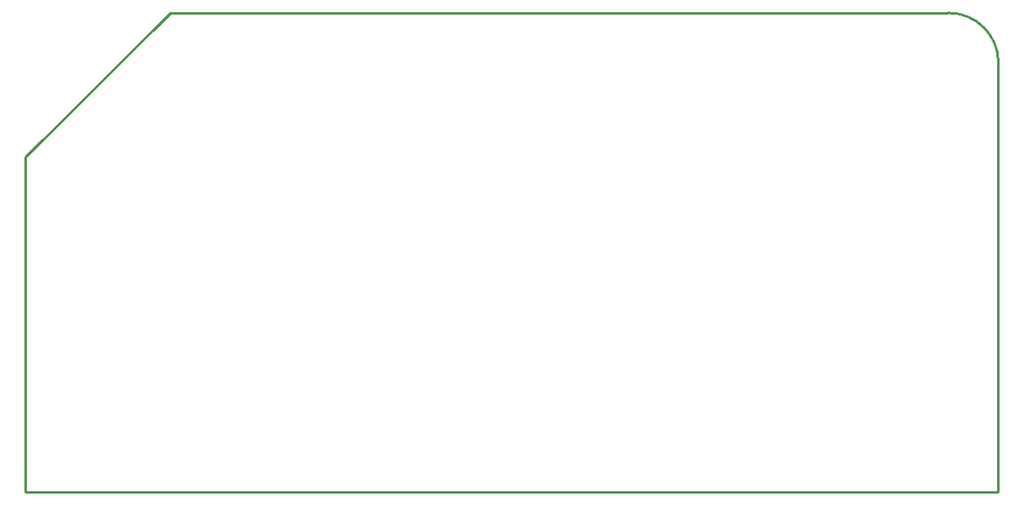
<source format=gko>
G04 Layer: BoardOutlineLayer*
G04 EasyEDA v6.5.40, 2024-07-01 11:27:10*
G04 c1f3bc4e761f40e689e8ea0538afd347,7243cdaf381449fe92b9da44aa7c23a7,10*
G04 Gerber Generator version 0.2*
G04 Scale: 100 percent, Rotated: No, Reflected: No *
G04 Dimensions in millimeters *
G04 leading zeros omitted , absolute positions ,4 integer and 5 decimal *
%FSLAX45Y45*%
%MOMM*%

%ADD10C,0.2540*%
D10*
X9747529Y-279374D02*
G01*
X1856714Y-279374D01*
X355574Y-1780514D01*
X355574Y-5265394D01*
X10464800Y-5265394D01*
X10464800Y-795865D01*
X9747529Y-279374D02*
G01*
X9944100Y-279374D01*
G75*
G01*
X9948334Y-279400D02*
G02*
X10466342Y-797408I0J-518008D01*

%LPD*%
M02*

</source>
